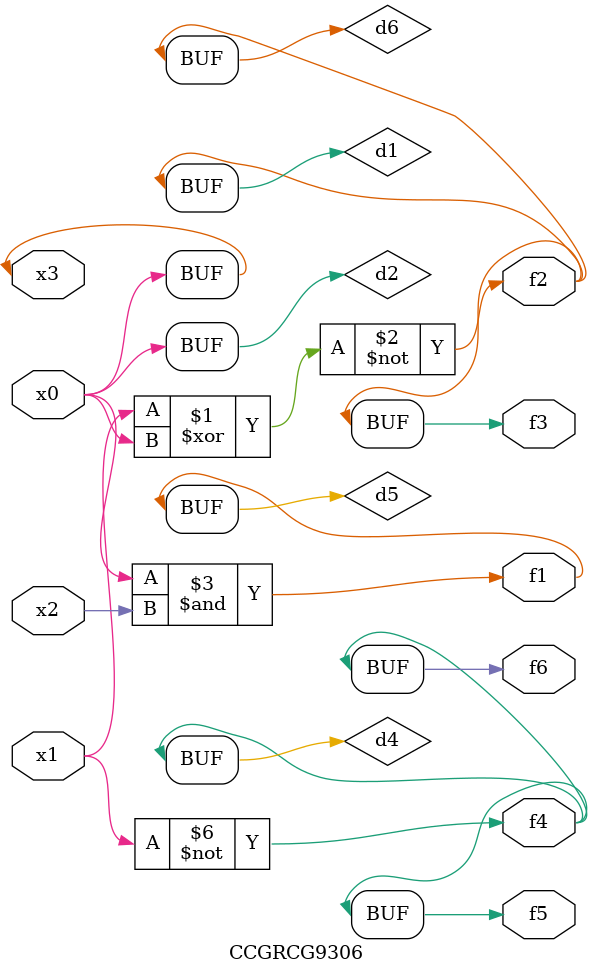
<source format=v>
module CCGRCG9306(
	input x0, x1, x2, x3,
	output f1, f2, f3, f4, f5, f6
);

	wire d1, d2, d3, d4, d5, d6;

	xnor (d1, x1, x3);
	buf (d2, x0, x3);
	nand (d3, x0, x2);
	not (d4, x1);
	nand (d5, d3);
	or (d6, d1);
	assign f1 = d5;
	assign f2 = d6;
	assign f3 = d6;
	assign f4 = d4;
	assign f5 = d4;
	assign f6 = d4;
endmodule

</source>
